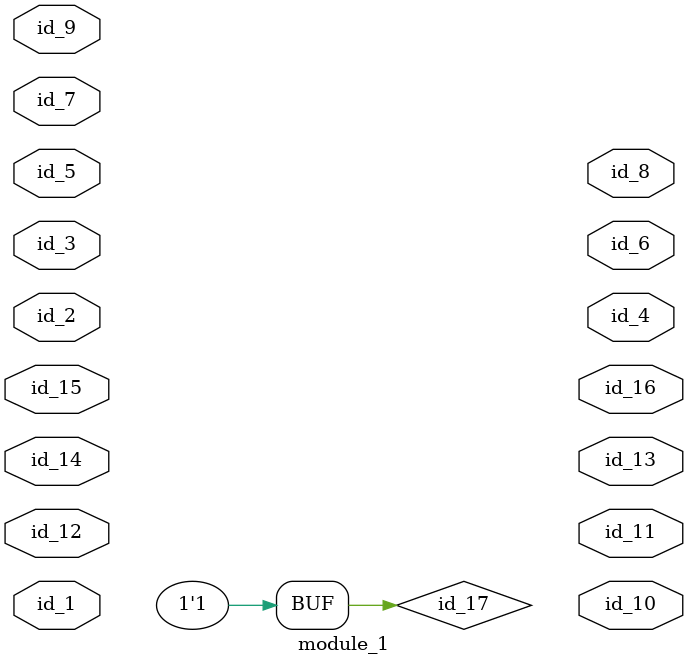
<source format=v>
module module_0 ();
endmodule
module module_1 (
    id_1,
    id_2,
    id_3,
    id_4,
    id_5,
    id_6,
    id_7,
    id_8,
    id_9,
    id_10,
    id_11,
    id_12,
    id_13,
    id_14,
    id_15,
    id_16
);
  output wire id_16;
  input wire id_15;
  input wire id_14;
  output wire id_13;
  input wire id_12;
  output wire id_11;
  output wire id_10;
  inout wire id_9;
  output wire id_8;
  inout wire id_7;
  output wire id_6;
  input wire id_5;
  output wire id_4;
  input wire id_3;
  input wire id_2;
  input wire id_1;
  tri id_17 = -1;
  module_0 modCall_1 ();
  wire id_18, id_19, id_20, id_21, id_22, id_23, id_24, id_25;
endmodule

</source>
